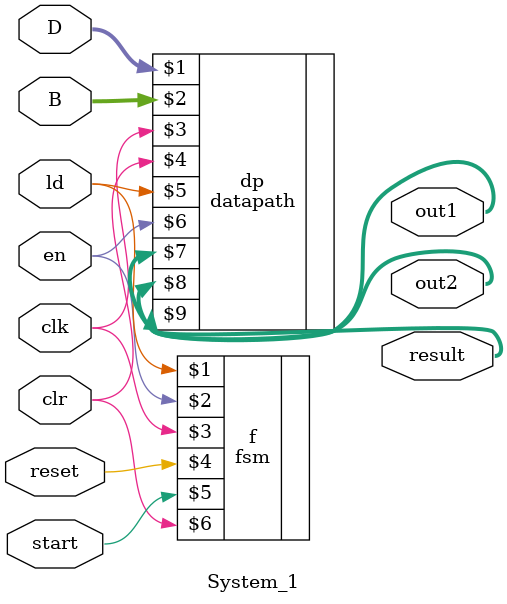
<source format=v>
`timescale 1ns / 1ps

module System_1(D,B,clk,clr,reset,ld,en,out1,out2,result,start);
input [7:0]D,B;
input clk,clr,ld,en,reset,start;
output [15:0]out1,out2,result;

datapath dp(D,B,clk,clr,ld,en,out1,out2,result);
fsm f(ld,en,clk,reset,start,clr);
endmodule

</source>
